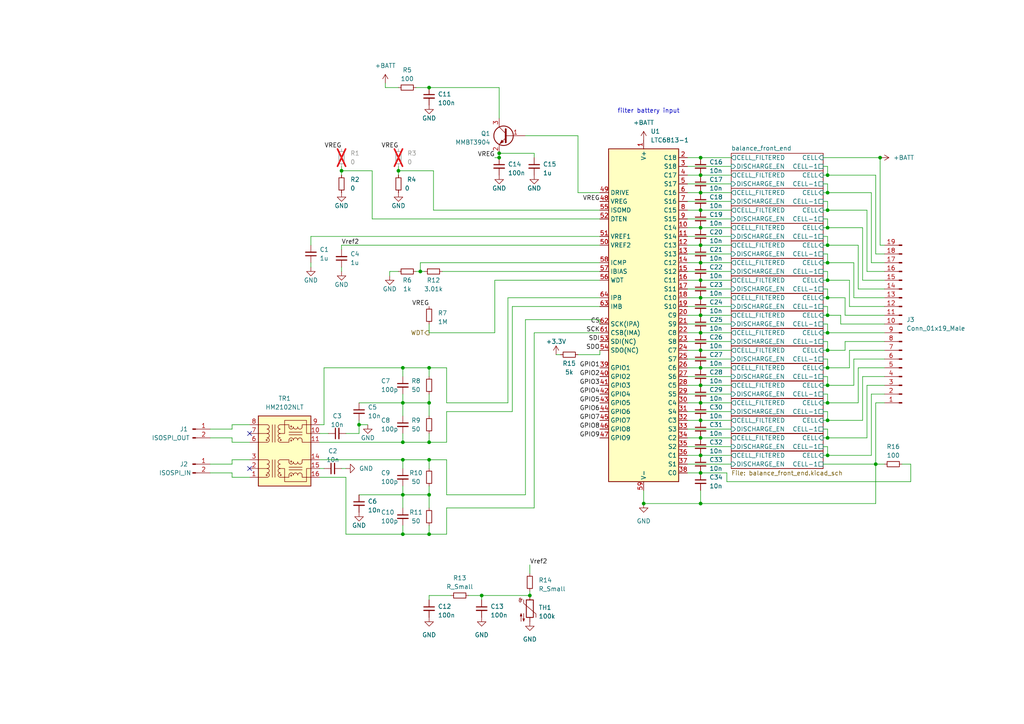
<source format=kicad_sch>
(kicad_sch (version 20230121) (generator eeschema)
  (paper "A4")
  (lib_symbols
    (symbol "+BATT_1" (power) (pin_names (offset 0))
      (property "Value" "+BATT_1" (at 0 3.556 0))
      (symbol "+BATT_1_1_1"
        (pin power_in line (at 0 0 90) (length 0) hide (name "+BATT") (number "1"))
      )
    )
    (symbol "+BATT_2" (power) (pin_names (offset 0))
      (property "Value" "+BATT_2" (at 0 3.556 0))
      (symbol "+BATT_2_1_1"
        (pin power_in line (at 0 0 90) (length 0) hide (name "+BATT") (number "1"))
      )
    )
    (symbol "Connector:Conn_01x02_Pin" (pin_names (offset 1.016) hide)
      (property "Reference" "J" (at 0 2.54 0))
      (property "Value" "Conn_01x02_Pin" (at 0 -5.08 0))
      (symbol "Conn_01x02_Pin_1_1"
        (pin passive line (at 5.08 0 180) (length 3.81) (name "Pin_1") (number "1"))
        (pin passive line (at 5.08 -2.54 180) (length 3.81) (name "Pin_2") (number "2"))
      )
    )
    (symbol "Connector:Conn_01x19_Male" (pin_names (offset 1.016) hide)
      (property "Reference" "J" (at 0 25.4 0))
      (property "Value" "Conn_01x19_Male" (at 0 -25.4 0))
      (symbol "Conn_01x19_Male_1_1"
        (pin passive line (at 5.08 22.86 180) (length 3.81) (name "Pin_1") (number "1"))
        (pin passive line (at 5.08 0 180) (length 3.81) (name "Pin_10") (number "10"))
        (pin passive line (at 5.08 -2.54 180) (length 3.81) (name "Pin_11") (number "11"))
        (pin passive line (at 5.08 -5.08 180) (length 3.81) (name "Pin_12") (number "12"))
        (pin passive line (at 5.08 -7.62 180) (length 3.81) (name "Pin_13") (number "13"))
        (pin passive line (at 5.08 -10.16 180) (length 3.81) (name "Pin_14") (number "14"))
        (pin passive line (at 5.08 -12.7 180) (length 3.81) (name "Pin_15") (number "15"))
        (pin passive line (at 5.08 -15.24 180) (length 3.81) (name "Pin_16") (number "16"))
        (pin passive line (at 5.08 -17.78 180) (length 3.81) (name "Pin_17") (number "17"))
        (pin passive line (at 5.08 -20.32 180) (length 3.81) (name "Pin_18") (number "18"))
        (pin passive line (at 5.08 -22.86 180) (length 3.81) (name "Pin_19") (number "19"))
        (pin passive line (at 5.08 20.32 180) (length 3.81) (name "Pin_2") (number "2"))
        (pin passive line (at 5.08 17.78 180) (length 3.81) (name "Pin_3") (number "3"))
        (pin passive line (at 5.08 15.24 180) (length 3.81) (name "Pin_4") (number "4"))
        (pin passive line (at 5.08 12.7 180) (length 3.81) (name "Pin_5") (number "5"))
        (pin passive line (at 5.08 10.16 180) (length 3.81) (name "Pin_6") (number "6"))
        (pin passive line (at 5.08 7.62 180) (length 3.81) (name "Pin_7") (number "7"))
        (pin passive line (at 5.08 5.08 180) (length 3.81) (name "Pin_8") (number "8"))
        (pin passive line (at 5.08 2.54 180) (length 3.81) (name "Pin_9") (number "9"))
      )
    )
    (symbol "Device:C_Small" (pin_numbers hide) (pin_names (offset 0.254) hide)
      (property "Reference" "C" (at 0.254 1.778 0))
      (property "Value" "C_Small" (at 0.254 -2.032 0))
      (symbol "C_Small_1_1"
        (pin passive line (at 0 2.54 270) (length 2.032) (name "~") (number "1"))
        (pin passive line (at 0 -2.54 90) (length 2.032) (name "~") (number "2"))
      )
    )
    (symbol "Device:R_Small" (pin_numbers hide) (pin_names (offset 0.254) hide)
      (property "Reference" "R" (at 0.762 0.508 0))
      (property "Value" "R_Small" (at 0.762 -1.016 0))
      (symbol "R_Small_1_1"
        (pin passive line (at 0 2.54 270) (length 0.762) (name "~") (number "1"))
        (pin passive line (at 0 -2.54 90) (length 0.762) (name "~") (number "2"))
      )
    )
    (symbol "Device:Thermistor_NTC" (pin_numbers hide) (pin_names (offset 0))
      (property "Reference" "TH" (at -4.445 0 90))
      (property "Value" "Thermistor_NTC" (at 3.175 0 90))
      (symbol "Thermistor_NTC_1_1"
        (pin passive line (at 0 3.81 270) (length 1.27) (name "~") (number "1"))
        (pin passive line (at 0 -3.81 90) (length 1.27) (name "~") (number "2"))
      )
    )
    (symbol "GND_1" (power) (pin_names (offset 0))
      (property "Value" "GND_1" (at 0 -3.81 0))
      (symbol "GND_1_1_1"
        (pin power_in line (at 0 0 270) (length 0) hide (name "GND") (number "1"))
      )
    )
    (symbol "GND_2" (power) (pin_names (offset 0))
      (property "Value" "GND_2" (at 0 -3.81 0))
      (symbol "GND_2_1_1"
        (pin power_in line (at 0 0 270) (length 0) hide (name "GND") (number "1"))
      )
    )
    (symbol "GND_3" (power) (pin_names (offset 0))
      (property "Value" "GND_3" (at 0 -3.81 0))
      (symbol "GND_3_1_1"
        (pin power_in line (at 0 0 270) (length 0) hide (name "GND") (number "1"))
      )
    )
    (symbol "Transistor_BJT:MMBT3904" (pin_names (offset 0) hide)
      (property "Reference" "Q" (at 5.08 1.905 0))
      (property "Value" "MMBT3904" (at 5.08 0 0))
      (symbol "MMBT3904_1_1"
        (pin input line (at -5.08 0 0) (length 5.715) (name "B") (number "1"))
        (pin passive line (at 2.54 -5.08 90) (length 2.54) (name "E") (number "2"))
        (pin passive line (at 2.54 5.08 270) (length 2.54) (name "C") (number "3"))
      )
    )
    (symbol "power:+3.3V" (power) (pin_names (offset 0))
      (property "Value" "+3.3V" (at 0 3.556 0))
      (symbol "+3.3V_1_1"
        (pin power_in line (at 0 0 90) (length 0) hide (name "+3.3V") (number "1"))
      )
    )
    (symbol "power:+BATT" (power) (pin_names (offset 0))
      (property "Value" "+BATT" (at 0 3.556 0))
      (symbol "+BATT_1_1"
        (pin power_in line (at 0 0 90) (length 0) hide (name "+BATT") (number "1"))
      )
    )
    (symbol "power:GND" (power) (pin_names (offset 0))
      (property "Value" "GND" (at 0 -3.81 0))
      (symbol "GND_1_1"
        (pin power_in line (at 0 0 270) (length 0) hide (name "GND") (number "1"))
      )
    )
    (symbol "vesc-bms:HM2102NLT" (pin_names hide)
      (property "Reference" "TR" (at 0 10.795 0))
      (property "Value" "HM2102NLT" (at 0 -10.795 0))
      (symbol "HM2102NLT_1_1"
        (pin passive line (at -10.16 -7.62 0) (length 2.54) (name "TD+") (number "1"))
        (pin passive line (at 10.16 5.08 180) (length 2.54) (name "C_RX") (number "10"))
        (pin passive line (at 10.16 2.54 180) (length 2.54) (name "RX+") (number "11"))
        (pin passive line (at 10.16 -2.54 180) (length 2.54) (name "TX-") (number "14"))
        (pin passive line (at 10.16 -5.08 180) (length 2.54) (name "C_TX") (number "15"))
        (pin passive line (at 10.16 -7.62 180) (length 2.54) (name "TX+") (number "16"))
        (pin passive line (at -10.16 -5.08 0) (length 2.54) (name "C_TD") (number "2"))
        (pin passive line (at -10.16 -2.54 0) (length 2.54) (name "TD-") (number "3"))
        (pin passive line (at -10.16 2.54 0) (length 2.54) (name "RD+") (number "6"))
        (pin passive line (at -10.16 5.08 0) (length 2.54) (name "C_RD") (number "7"))
        (pin passive line (at -10.16 7.62 0) (length 2.54) (name "RD-") (number "8"))
        (pin passive line (at 10.16 7.62 180) (length 2.54) (name "RX-") (number "9"))
      )
    )
    (symbol "vesc-bms:LTC6813-1"
      (property "Reference" "U" (at 0 15.24 0))
      (property "Value" "LTC6813-1" (at 0 15.24 0))
      (symbol "LTC6813-1_1_1"
        (pin power_in line (at 0 50.8 270) (length 2.54) (name "V+") (number "1"))
        (pin input line (at 12.7 25.4 180) (length 2.54) (name "C14") (number "10"))
        (pin bidirectional line (at 12.7 22.86 180) (length 2.54) (name "S14") (number "11"))
        (pin input line (at 12.7 20.32 180) (length 2.54) (name "C13") (number "12"))
        (pin bidirectional line (at 12.7 17.78 180) (length 2.54) (name "S13") (number "13"))
        (pin input line (at 12.7 15.24 180) (length 2.54) (name "C12") (number "14"))
        (pin bidirectional line (at 12.7 12.7 180) (length 2.54) (name "S12") (number "15"))
        (pin input line (at 12.7 10.16 180) (length 2.54) (name "C11") (number "16"))
        (pin bidirectional line (at 12.7 7.62 180) (length 2.54) (name "S11") (number "17"))
        (pin input line (at 12.7 5.08 180) (length 2.54) (name "C10") (number "18"))
        (pin bidirectional line (at 12.7 2.54 180) (length 2.54) (name "S10") (number "19"))
        (pin input line (at 12.7 45.72 180) (length 2.54) (name "C18") (number "2"))
        (pin input line (at 12.7 0 180) (length 2.54) (name "C9") (number "20"))
        (pin bidirectional line (at 12.7 -2.54 180) (length 2.54) (name "S9") (number "21"))
        (pin input line (at 12.7 -5.08 180) (length 2.54) (name "C8") (number "22"))
        (pin bidirectional line (at 12.7 -7.62 180) (length 2.54) (name "S8") (number "23"))
        (pin input line (at 12.7 -10.16 180) (length 2.54) (name "C7") (number "24"))
        (pin bidirectional line (at 12.7 -12.7 180) (length 2.54) (name "S7") (number "25"))
        (pin input line (at 12.7 -15.24 180) (length 2.54) (name "C6") (number "26"))
        (pin bidirectional line (at 12.7 -17.78 180) (length 2.54) (name "S6") (number "27"))
        (pin input line (at 12.7 -20.32 180) (length 2.54) (name "C5") (number "28"))
        (pin bidirectional line (at 12.7 -22.86 180) (length 2.54) (name "S5") (number "29"))
        (pin bidirectional line (at 12.7 43.18 180) (length 2.54) (name "S18") (number "3"))
        (pin input line (at 12.7 -25.4 180) (length 2.54) (name "C4") (number "30"))
        (pin bidirectional line (at 12.7 -27.94 180) (length 2.54) (name "S4") (number "31"))
        (pin input line (at 12.7 -30.48 180) (length 2.54) (name "C3") (number "32"))
        (pin bidirectional line (at 12.7 -33.02 180) (length 2.54) (name "S3") (number "33"))
        (pin input line (at 12.7 -35.56 180) (length 2.54) (name "C2") (number "34"))
        (pin bidirectional line (at 12.7 -38.1 180) (length 2.54) (name "S2") (number "35"))
        (pin input line (at 12.7 -40.64 180) (length 2.54) (name "C1") (number "36"))
        (pin bidirectional line (at 12.7 -43.18 180) (length 2.54) (name "S1") (number "37"))
        (pin input line (at 12.7 -45.72 180) (length 2.54) (name "C0") (number "38"))
        (pin bidirectional line (at -12.7 -15.24 0) (length 2.54) (name "GPIO1") (number "39"))
        (pin input line (at 12.7 40.64 180) (length 2.54) (name "C17") (number "4"))
        (pin bidirectional line (at -12.7 -17.78 0) (length 2.54) (name "GPIO2") (number "40"))
        (pin bidirectional line (at -12.7 -20.32 0) (length 2.54) (name "GPIO3") (number "41"))
        (pin bidirectional line (at -12.7 -22.86 0) (length 2.54) (name "GPIO4") (number "42"))
        (pin bidirectional line (at -12.7 -25.4 0) (length 2.54) (name "GPIO5") (number "43"))
        (pin bidirectional line (at -12.7 -27.94 0) (length 2.54) (name "GPIO6") (number "44"))
        (pin bidirectional line (at -12.7 -30.48 0) (length 2.54) (name "GPIO7") (number "45"))
        (pin bidirectional line (at -12.7 -33.02 0) (length 2.54) (name "GPIO8") (number "46"))
        (pin bidirectional line (at -12.7 -35.56 0) (length 2.54) (name "GPIO9") (number "47"))
        (pin input line (at -12.7 33.02 0) (length 2.54) (name "VREG") (number "48"))
        (pin output line (at -12.7 35.56 0) (length 2.54) (name "DRIVE") (number "49"))
        (pin bidirectional line (at 12.7 38.1 180) (length 2.54) (name "S17") (number "5"))
        (pin output line (at -12.7 20.32 0) (length 2.54) (name "VREF2") (number "50"))
        (pin output line (at -12.7 22.86 0) (length 2.54) (name "VREF1") (number "51"))
        (pin input line (at -12.7 27.94 0) (length 2.54) (name "DTEN") (number "52"))
        (pin input line (at -12.7 -7.62 0) (length 2.54) (name "SDI(NC)") (number "53"))
        (pin open_collector line (at -12.7 -10.16 0) (length 2.54) (name "SDO(NC)") (number "54"))
        (pin input line (at -12.7 30.48 0) (length 2.54) (name "ISOMD") (number "55"))
        (pin output line (at -12.7 10.16 0) (length 2.54) (name "WDT") (number "56"))
        (pin passive line (at -12.7 12.7 0) (length 2.54) (name "IBIAS") (number "57"))
        (pin passive line (at -12.7 15.24 0) (length 2.54) (name "ICMP") (number "58"))
        (pin passive line (at 0 -50.8 90) (length 2.54) (name "V-") (number "59"))
        (pin input line (at 12.7 35.56 180) (length 2.54) (name "C16") (number "6"))
        (pin passive line (at 0 -50.8 90) (length 2.54) hide (name "V-") (number "60"))
        (pin bidirectional line (at -12.7 -5.08 0) (length 2.54) (name "CSB(IMA)") (number "61"))
        (pin bidirectional line (at -12.7 -2.54 0) (length 2.54) (name "SCK(IPA)") (number "62"))
        (pin bidirectional line (at -12.7 2.54 0) (length 2.54) (name "IMB") (number "63"))
        (pin bidirectional line (at -12.7 5.08 0) (length 2.54) (name "IPB") (number "64"))
        (pin bidirectional line (at 12.7 33.02 180) (length 2.54) (name "S16") (number "7"))
        (pin input line (at 12.7 30.48 180) (length 2.54) (name "C15") (number "8"))
        (pin bidirectional line (at 12.7 27.94 180) (length 2.54) (name "S15") (number "9"))
      )
    )
  )
  (junction (at 99.06 49.53))
  (junction (at 203.2 106.68))
  (junction (at 124.46 128.27))
  (junction (at 240.03 101.6))
  (junction (at 124.46 25.4))
  (junction (at 240.03 71.12))
  (junction (at 116.84 143.51))
  (junction (at 116.84 133.35))
  (junction (at 116.84 154.94))
  (junction (at 124.46 154.94))
  (junction (at 240.03 132.08))
  (junction (at 104.14 123.19))
  (junction (at 240.03 55.88))
  (junction (at 240.03 60.96))
  (junction (at 240.03 96.52))
  (junction (at 139.7 172.72))
  (junction (at 203.2 60.96))
  (junction (at 240.03 116.84))
  (junction (at 203.2 91.44))
  (junction (at 203.2 137.16))
  (junction (at 153.67 172.72))
  (junction (at 203.2 86.36))
  (junction (at 203.2 101.6))
  (junction (at 240.03 50.8))
  (junction (at 124.46 133.35))
  (junction (at 240.03 127))
  (junction (at 115.57 49.53))
  (junction (at 203.2 127))
  (junction (at 124.46 106.68))
  (junction (at 144.78 45.72))
  (junction (at 203.2 121.92))
  (junction (at 116.84 116.84))
  (junction (at 186.69 146.05))
  (junction (at 240.03 91.44))
  (junction (at 203.2 116.84))
  (junction (at 203.2 96.52))
  (junction (at 203.2 76.2))
  (junction (at 203.2 66.04))
  (junction (at 240.03 86.36))
  (junction (at 203.2 146.05))
  (junction (at 124.46 116.84))
  (junction (at 203.2 45.72))
  (junction (at 240.03 66.04))
  (junction (at 255.27 45.72))
  (junction (at 203.2 111.76))
  (junction (at 240.03 81.28))
  (junction (at 203.2 55.88))
  (junction (at 240.03 106.68))
  (junction (at 203.2 81.28))
  (junction (at 116.84 106.68))
  (junction (at 240.03 121.92))
  (junction (at 121.92 78.74))
  (junction (at 124.46 143.51))
  (junction (at 203.2 50.8))
  (junction (at 254 134.62))
  (junction (at 203.2 71.12))
  (junction (at 203.2 132.08))
  (junction (at 116.84 128.27))
  (junction (at 144.78 44.45))
  (junction (at 240.03 111.76))
  (junction (at 240.03 76.2))
  (no_connect (at 72.39 135.89))
  (no_connect (at 72.39 125.73))
  (wire (pts (xy 238.76 129.54) (xy 240.03 129.54)))
  (wire (pts (xy 245.11 99.06) (xy 256.54 99.06)))
  (wire (pts (xy 238.76 53.34) (xy 240.03 53.34)))
  (wire (pts (xy 115.57 48.26) (xy 115.57 49.53)))
  (wire (pts (xy 238.76 45.72) (xy 255.27 45.72)))
  (wire (pts (xy 240.03 86.36) (xy 245.11 86.36)))
  (wire (pts (xy 124.46 152.4) (xy 124.46 154.94)))
  (wire (pts (xy 252.73 55.88) (xy 252.73 76.2)))
  (wire (pts (xy 153.67 163.83) (xy 153.67 166.37)))
  (wire (pts (xy 147.32 86.36) (xy 173.99 86.36)))
  (wire (pts (xy 240.03 119.38) (xy 240.03 121.92)))
  (wire (pts (xy 203.2 146.05) (xy 186.69 146.05)))
  (wire (pts (xy 199.39 124.46) (xy 212.09 124.46)))
  (wire (pts (xy 238.76 88.9) (xy 240.03 88.9)))
  (wire (pts (xy 240.03 66.04) (xy 250.19 66.04)))
  (wire (pts (xy 203.2 127) (xy 212.09 127)))
  (wire (pts (xy 243.84 91.44) (xy 243.84 93.98)))
  (wire (pts (xy 247.65 104.14) (xy 256.54 104.14)))
  (wire (pts (xy 143.51 45.72) (xy 144.78 45.72)))
  (wire (pts (xy 129.54 143.51) (xy 152.4 143.51)))
  (wire (pts (xy 238.76 78.74) (xy 240.03 78.74)))
  (wire (pts (xy 124.46 140.97) (xy 124.46 143.51)))
  (wire (pts (xy 203.2 96.52) (xy 212.09 96.52)))
  (wire (pts (xy 240.03 111.76) (xy 247.65 111.76)))
  (wire (pts (xy 240.03 129.54) (xy 240.03 132.08)))
  (wire (pts (xy 250.19 81.28) (xy 256.54 81.28)))
  (wire (pts (xy 161.29 102.87) (xy 162.56 102.87)))
  (wire (pts (xy 240.03 91.44) (xy 243.84 91.44)))
  (wire (pts (xy 199.39 45.72) (xy 203.2 45.72)))
  (wire (pts (xy 139.7 173.99) (xy 139.7 172.72)))
  (wire (pts (xy 199.39 121.92) (xy 203.2 121.92)))
  (wire (pts (xy 240.03 127) (xy 251.46 127)))
  (wire (pts (xy 199.39 127) (xy 203.2 127)))
  (wire (pts (xy 256.54 116.84) (xy 254 116.84)))
  (wire (pts (xy 147.32 116.84) (xy 147.32 86.36)))
  (wire (pts (xy 238.76 119.38) (xy 240.03 119.38)))
  (wire (pts (xy 100.33 138.43) (xy 100.33 154.94)))
  (wire (pts (xy 116.84 116.84) (xy 124.46 116.84)))
  (wire (pts (xy 199.39 50.8) (xy 203.2 50.8)))
  (wire (pts (xy 199.39 68.58) (xy 212.09 68.58)))
  (wire (pts (xy 240.03 81.28) (xy 246.38 81.28)))
  (wire (pts (xy 139.7 172.72) (xy 153.67 172.72)))
  (wire (pts (xy 240.03 114.3) (xy 240.03 116.84)))
  (wire (pts (xy 199.39 91.44) (xy 203.2 91.44)))
  (wire (pts (xy 248.92 106.68) (xy 256.54 106.68)))
  (wire (pts (xy 113.03 78.74) (xy 113.03 80.01)))
  (wire (pts (xy 250.19 109.22) (xy 256.54 109.22)))
  (wire (pts (xy 124.46 172.72) (xy 130.81 172.72)))
  (wire (pts (xy 210.82 137.16) (xy 203.2 137.16)))
  (wire (pts (xy 255.27 45.72) (xy 255.27 71.12)))
  (wire (pts (xy 199.39 106.68) (xy 203.2 106.68)))
  (wire (pts (xy 203.2 116.84) (xy 212.09 116.84)))
  (wire (pts (xy 154.94 45.72) (xy 154.94 44.45)))
  (wire (pts (xy 240.03 50.8) (xy 254 50.8)))
  (wire (pts (xy 129.54 116.84) (xy 147.32 116.84)))
  (wire (pts (xy 173.99 101.6) (xy 173.99 102.87)))
  (wire (pts (xy 240.03 86.36) (xy 238.76 86.36)))
  (wire (pts (xy 99.06 78.74) (xy 99.06 77.47)))
  (wire (pts (xy 199.39 99.06) (xy 212.09 99.06)))
  (wire (pts (xy 90.17 77.47) (xy 90.17 76.2)))
  (wire (pts (xy 203.2 106.68) (xy 212.09 106.68)))
  (wire (pts (xy 240.03 96.52) (xy 256.54 96.52)))
  (wire (pts (xy 124.46 173.99) (xy 124.46 172.72)))
  (wire (pts (xy 240.03 93.98) (xy 240.03 96.52)))
  (wire (pts (xy 199.39 96.52) (xy 203.2 96.52)))
  (wire (pts (xy 240.03 116.84) (xy 238.76 116.84)))
  (wire (pts (xy 210.82 139.7) (xy 264.16 139.7)))
  (wire (pts (xy 90.17 68.58) (xy 90.17 71.12)))
  (wire (pts (xy 129.54 147.32) (xy 154.94 147.32)))
  (wire (pts (xy 125.73 49.53) (xy 125.73 60.96)))
  (wire (pts (xy 128.27 78.74) (xy 173.99 78.74)))
  (wire (pts (xy 238.76 58.42) (xy 240.03 58.42)))
  (wire (pts (xy 251.46 60.96) (xy 251.46 78.74)))
  (wire (pts (xy 240.03 106.68) (xy 238.76 106.68)))
  (wire (pts (xy 240.03 76.2) (xy 247.65 76.2)))
  (wire (pts (xy 99.06 135.89) (xy 100.33 135.89)))
  (wire (pts (xy 99.06 49.53) (xy 99.06 50.8)))
  (wire (pts (xy 240.03 121.92) (xy 250.19 121.92)))
  (wire (pts (xy 199.39 88.9) (xy 212.09 88.9)))
  (wire (pts (xy 203.2 91.44) (xy 212.09 91.44)))
  (wire (pts (xy 115.57 49.53) (xy 115.57 50.8)))
  (wire (pts (xy 121.92 78.74) (xy 121.92 76.2)))
  (wire (pts (xy 238.76 73.66) (xy 240.03 73.66)))
  (wire (pts (xy 129.54 119.38) (xy 129.54 128.27)))
  (wire (pts (xy 252.73 114.3) (xy 256.54 114.3)))
  (wire (pts (xy 107.95 63.5) (xy 173.99 63.5)))
  (wire (pts (xy 100.33 154.94) (xy 116.84 154.94)))
  (wire (pts (xy 90.17 68.58) (xy 173.99 68.58)))
  (wire (pts (xy 116.84 154.94) (xy 124.46 154.94)))
  (wire (pts (xy 143.51 81.28) (xy 173.99 81.28)))
  (wire (pts (xy 116.84 140.97) (xy 116.84 143.51)))
  (wire (pts (xy 167.64 55.88) (xy 173.99 55.88)))
  (wire (pts (xy 199.39 137.16) (xy 203.2 137.16)))
  (wire (pts (xy 240.03 66.04) (xy 238.76 66.04)))
  (wire (pts (xy 199.39 60.96) (xy 203.2 60.96)))
  (wire (pts (xy 246.38 106.68) (xy 246.38 101.6)))
  (wire (pts (xy 67.31 124.46) (xy 60.96 124.46)))
  (wire (pts (xy 256.54 71.12) (xy 255.27 71.12)))
  (wire (pts (xy 199.39 134.62) (xy 212.09 134.62)))
  (wire (pts (xy 100.33 138.43) (xy 92.71 138.43)))
  (wire (pts (xy 203.2 45.72) (xy 212.09 45.72)))
  (wire (pts (xy 251.46 111.76) (xy 256.54 111.76)))
  (wire (pts (xy 124.46 96.52) (xy 124.46 93.98)))
  (wire (pts (xy 240.03 132.08) (xy 252.73 132.08)))
  (wire (pts (xy 203.2 111.76) (xy 212.09 111.76)))
  (wire (pts (xy 251.46 127) (xy 251.46 111.76)))
  (wire (pts (xy 203.2 50.8) (xy 212.09 50.8)))
  (wire (pts (xy 143.51 81.28) (xy 143.51 96.52)))
  (wire (pts (xy 100.33 125.73) (xy 104.14 125.73)))
  (wire (pts (xy 116.84 116.84) (xy 116.84 120.65)))
  (wire (pts (xy 152.4 92.71) (xy 173.99 92.71)))
  (wire (pts (xy 148.59 119.38) (xy 148.59 88.9)))
  (wire (pts (xy 199.39 104.14) (xy 212.09 104.14)))
  (wire (pts (xy 153.67 171.45) (xy 153.67 172.72)))
  (wire (pts (xy 199.39 53.34) (xy 212.09 53.34)))
  (wire (pts (xy 248.92 116.84) (xy 248.92 106.68)))
  (wire (pts (xy 238.76 114.3) (xy 240.03 114.3)))
  (wire (pts (xy 148.59 88.9) (xy 173.99 88.9)))
  (wire (pts (xy 251.46 78.74) (xy 256.54 78.74)))
  (wire (pts (xy 124.46 106.68) (xy 129.54 106.68)))
  (wire (pts (xy 240.03 88.9) (xy 240.03 91.44)))
  (wire (pts (xy 203.2 101.6) (xy 212.09 101.6)))
  (wire (pts (xy 238.76 93.98) (xy 240.03 93.98)))
  (wire (pts (xy 104.14 123.19) (xy 106.68 123.19)))
  (wire (pts (xy 93.98 123.19) (xy 92.71 123.19)))
  (wire (pts (xy 199.39 119.38) (xy 212.09 119.38)))
  (wire (pts (xy 113.03 78.74) (xy 115.57 78.74)))
  (wire (pts (xy 116.84 133.35) (xy 124.46 133.35)))
  (wire (pts (xy 199.39 114.3) (xy 212.09 114.3)))
  (wire (pts (xy 203.2 66.04) (xy 212.09 66.04)))
  (wire (pts (xy 254 116.84) (xy 254 134.62)))
  (wire (pts (xy 199.39 55.88) (xy 203.2 55.88)))
  (wire (pts (xy 240.03 127) (xy 238.76 127)))
  (wire (pts (xy 199.39 109.22) (xy 212.09 109.22)))
  (wire (pts (xy 148.59 119.38) (xy 129.54 119.38)))
  (wire (pts (xy 240.03 60.96) (xy 238.76 60.96)))
  (wire (pts (xy 93.98 106.68) (xy 116.84 106.68)))
  (wire (pts (xy 240.03 58.42) (xy 240.03 60.96)))
  (wire (pts (xy 240.03 124.46) (xy 240.03 127)))
  (wire (pts (xy 240.03 81.28) (xy 238.76 81.28)))
  (wire (pts (xy 167.64 39.37) (xy 167.64 55.88)))
  (wire (pts (xy 107.95 49.53) (xy 107.95 63.5)))
  (wire (pts (xy 245.11 91.44) (xy 256.54 91.44)))
  (wire (pts (xy 143.51 96.52) (xy 124.46 96.52)))
  (wire (pts (xy 203.2 86.36) (xy 212.09 86.36)))
  (wire (pts (xy 240.03 55.88) (xy 238.76 55.88)))
  (wire (pts (xy 124.46 125.73) (xy 124.46 128.27)))
  (wire (pts (xy 72.39 123.19) (xy 67.31 123.19)))
  (wire (pts (xy 60.96 137.16) (xy 67.31 137.16)))
  (wire (pts (xy 238.76 104.14) (xy 240.03 104.14)))
  (wire (pts (xy 199.39 73.66) (xy 212.09 73.66)))
  (wire (pts (xy 60.96 127) (xy 67.31 127)))
  (wire (pts (xy 120.65 25.4) (xy 124.46 25.4)))
  (wire (pts (xy 203.2 60.96) (xy 212.09 60.96)))
  (wire (pts (xy 246.38 101.6) (xy 256.54 101.6)))
  (wire (pts (xy 245.11 86.36) (xy 245.11 91.44)))
  (wire (pts (xy 124.46 154.94) (xy 129.54 154.94)))
  (wire (pts (xy 210.82 139.7) (xy 210.82 137.16)))
  (wire (pts (xy 116.84 143.51) (xy 116.84 147.32)))
  (wire (pts (xy 199.39 129.54) (xy 212.09 129.54)))
  (wire (pts (xy 111.76 25.4) (xy 115.57 25.4)))
  (wire (pts (xy 93.98 106.68) (xy 93.98 123.19)))
  (wire (pts (xy 240.03 55.88) (xy 252.73 55.88)))
  (wire (pts (xy 199.39 58.42) (xy 212.09 58.42)))
  (wire (pts (xy 116.84 143.51) (xy 124.46 143.51)))
  (wire (pts (xy 124.46 133.35) (xy 129.54 133.35)))
  (wire (pts (xy 129.54 147.32) (xy 129.54 154.94)))
  (wire (pts (xy 250.19 66.04) (xy 250.19 81.28)))
  (wire (pts (xy 203.2 142.24) (xy 203.2 146.05)))
  (wire (pts (xy 238.76 48.26) (xy 240.03 48.26)))
  (wire (pts (xy 240.03 96.52) (xy 238.76 96.52)))
  (wire (pts (xy 240.03 76.2) (xy 238.76 76.2)))
  (wire (pts (xy 254 134.62) (xy 254 146.05)))
  (wire (pts (xy 144.78 25.4) (xy 144.78 34.29)))
  (wire (pts (xy 240.03 71.12) (xy 248.92 71.12)))
  (wire (pts (xy 111.76 24.13) (xy 111.76 25.4)))
  (wire (pts (xy 199.39 66.04) (xy 203.2 66.04)))
  (wire (pts (xy 247.65 86.36) (xy 256.54 86.36)))
  (wire (pts (xy 67.31 137.16) (xy 67.31 138.43)))
  (wire (pts (xy 240.03 132.08) (xy 238.76 132.08)))
  (wire (pts (xy 124.46 114.3) (xy 124.46 116.84)))
  (wire (pts (xy 144.78 44.45) (xy 144.78 45.72)))
  (wire (pts (xy 199.39 111.76) (xy 203.2 111.76)))
  (wire (pts (xy 116.84 128.27) (xy 124.46 128.27)))
  (wire (pts (xy 247.65 111.76) (xy 247.65 104.14)))
  (wire (pts (xy 152.4 92.71) (xy 152.4 143.51)))
  (wire (pts (xy 240.03 78.74) (xy 240.03 81.28)))
  (wire (pts (xy 104.14 143.51) (xy 116.84 143.51)))
  (wire (pts (xy 124.46 25.4) (xy 144.78 25.4)))
  (wire (pts (xy 154.94 96.52) (xy 154.94 147.32)))
  (wire (pts (xy 246.38 81.28) (xy 246.38 88.9)))
  (wire (pts (xy 121.92 78.74) (xy 123.19 78.74)))
  (wire (pts (xy 254 50.8) (xy 254 73.66)))
  (wire (pts (xy 116.84 106.68) (xy 116.84 109.22)))
  (wire (pts (xy 240.03 101.6) (xy 238.76 101.6)))
  (wire (pts (xy 238.76 109.22) (xy 240.03 109.22)))
  (wire (pts (xy 67.31 127) (xy 67.31 128.27)))
  (wire (pts (xy 99.06 71.12) (xy 173.99 71.12)))
  (wire (pts (xy 92.71 133.35) (xy 116.84 133.35)))
  (wire (pts (xy 116.84 152.4) (xy 116.84 154.94)))
  (wire (pts (xy 125.73 60.96) (xy 173.99 60.96)))
  (wire (pts (xy 264.16 134.62) (xy 264.16 139.7)))
  (wire (pts (xy 186.69 146.05) (xy 186.69 142.24)))
  (wire (pts (xy 238.76 63.5) (xy 240.03 63.5)))
  (wire (pts (xy 116.84 125.73) (xy 116.84 128.27)))
  (wire (pts (xy 203.2 121.92) (xy 212.09 121.92)))
  (wire (pts (xy 129.54 133.35) (xy 129.54 143.51)))
  (wire (pts (xy 246.38 88.9) (xy 256.54 88.9)))
  (wire (pts (xy 261.62 134.62) (xy 264.16 134.62)))
  (wire (pts (xy 120.65 78.74) (xy 121.92 78.74)))
  (wire (pts (xy 199.39 63.5) (xy 212.09 63.5)))
  (wire (pts (xy 250.19 121.92) (xy 250.19 109.22)))
  (wire (pts (xy 199.39 132.08) (xy 203.2 132.08)))
  (wire (pts (xy 99.06 49.53) (xy 99.06 48.26)))
  (wire (pts (xy 92.71 135.89) (xy 93.98 135.89)))
  (wire (pts (xy 238.76 50.8) (xy 240.03 50.8)))
  (wire (pts (xy 67.31 134.62) (xy 67.31 133.35)))
  (wire (pts (xy 240.03 104.14) (xy 240.03 106.68)))
  (wire (pts (xy 240.03 91.44) (xy 238.76 91.44)))
  (wire (pts (xy 104.14 121.92) (xy 104.14 123.19)))
  (wire (pts (xy 199.39 83.82) (xy 212.09 83.82)))
  (wire (pts (xy 144.78 44.45) (xy 154.94 44.45)))
  (wire (pts (xy 124.46 116.84) (xy 124.46 120.65)))
  (wire (pts (xy 173.99 96.52) (xy 154.94 96.52)))
  (wire (pts (xy 121.92 76.2) (xy 173.99 76.2)))
  (wire (pts (xy 67.31 133.35) (xy 72.39 133.35)))
  (wire (pts (xy 240.03 106.68) (xy 246.38 106.68)))
  (wire (pts (xy 199.39 93.98) (xy 212.09 93.98)))
  (wire (pts (xy 199.39 48.26) (xy 212.09 48.26)))
  (wire (pts (xy 124.46 143.51) (xy 124.46 147.32)))
  (wire (pts (xy 238.76 83.82) (xy 240.03 83.82)))
  (wire (pts (xy 238.76 134.62) (xy 254 134.62)))
  (wire (pts (xy 240.03 121.92) (xy 238.76 121.92)))
  (wire (pts (xy 115.57 49.53) (xy 125.73 49.53)))
  (wire (pts (xy 203.2 81.28) (xy 212.09 81.28)))
  (wire (pts (xy 240.03 53.34) (xy 240.03 55.88)))
  (wire (pts (xy 203.2 55.88) (xy 212.09 55.88)))
  (wire (pts (xy 60.96 134.62) (xy 67.31 134.62)))
  (wire (pts (xy 240.03 99.06) (xy 240.03 101.6)))
  (wire (pts (xy 199.39 116.84) (xy 203.2 116.84)))
  (wire (pts (xy 240.03 109.22) (xy 240.03 111.76)))
  (wire (pts (xy 203.2 71.12) (xy 212.09 71.12)))
  (wire (pts (xy 67.31 128.27) (xy 72.39 128.27)))
  (wire (pts (xy 92.71 128.27) (xy 116.84 128.27)))
  (wire (pts (xy 67.31 123.19) (xy 67.31 124.46)))
  (wire (pts (xy 248.92 71.12) (xy 248.92 83.82)))
  (wire (pts (xy 92.71 125.73) (xy 95.25 125.73)))
  (wire (pts (xy 254 73.66) (xy 256.54 73.66)))
  (wire (pts (xy 152.4 39.37) (xy 167.64 39.37)))
  (wire (pts (xy 199.39 78.74) (xy 212.09 78.74)))
  (wire (pts (xy 104.14 123.19) (xy 104.14 125.73)))
  (wire (pts (xy 116.84 133.35) (xy 116.84 135.89)))
  (wire (pts (xy 203.2 132.08) (xy 212.09 132.08)))
  (wire (pts (xy 129.54 106.68) (xy 129.54 116.84)))
  (wire (pts (xy 240.03 116.84) (xy 248.92 116.84)))
  (wire (pts (xy 173.99 92.71) (xy 173.99 93.98)))
  (wire (pts (xy 124.46 106.68) (xy 124.46 109.22)))
  (wire (pts (xy 104.14 116.84) (xy 116.84 116.84)))
  (wire (pts (xy 252.73 76.2) (xy 256.54 76.2)))
  (wire (pts (xy 135.89 172.72) (xy 139.7 172.72)))
  (wire (pts (xy 240.03 101.6) (xy 245.11 101.6)))
  (wire (pts (xy 199.39 101.6) (xy 203.2 101.6)))
  (wire (pts (xy 254 146.05) (xy 203.2 146.05)))
  (wire (pts (xy 245.11 101.6) (xy 245.11 99.06)))
  (wire (pts (xy 199.39 71.12) (xy 203.2 71.12)))
  (wire (pts (xy 252.73 132.08) (xy 252.73 114.3)))
  (wire (pts (xy 254 134.62) (xy 256.54 134.62)))
  (wire (pts (xy 240.03 48.26) (xy 240.03 50.8)))
  (wire (pts (xy 67.31 138.43) (xy 72.39 138.43)))
  (wire (pts (xy 199.39 76.2) (xy 203.2 76.2)))
  (wire (pts (xy 167.64 102.87) (xy 173.99 102.87)))
  (wire (pts (xy 124.46 128.27) (xy 129.54 128.27)))
  (wire (pts (xy 238.76 124.46) (xy 240.03 124.46)))
  (wire (pts (xy 247.65 76.2) (xy 247.65 86.36)))
  (wire (pts (xy 248.92 83.82) (xy 256.54 83.82)))
  (wire (pts (xy 240.03 83.82) (xy 240.03 86.36)))
  (wire (pts (xy 116.84 106.68) (xy 124.46 106.68)))
  (wire (pts (xy 238.76 68.58) (xy 240.03 68.58)))
  (wire (pts (xy 240.03 60.96) (xy 251.46 60.96)))
  (wire (pts (xy 99.06 72.39) (xy 99.06 71.12)))
  (wire (pts (xy 199.39 81.28) (xy 203.2 81.28)))
  (wire (pts (xy 199.39 86.36) (xy 203.2 86.36)))
  (wire (pts (xy 240.03 73.66) (xy 240.03 76.2)))
  (wire (pts (xy 124.46 133.35) (xy 124.46 135.89)))
  (wire (pts (xy 240.03 71.12) (xy 238.76 71.12)))
  (wire (pts (xy 240.03 63.5) (xy 240.03 66.04)))
  (wire (pts (xy 240.03 68.58) (xy 240.03 71.12)))
  (wire (pts (xy 243.84 93.98) (xy 256.54 93.98)))
  (wire (pts (xy 238.76 111.76) (xy 240.03 111.76)))
  (wire (pts (xy 203.2 76.2) (xy 212.09 76.2)))
  (wire (pts (xy 107.95 49.53) (xy 99.06 49.53)))
  (wire (pts (xy 238.76 99.06) (xy 240.03 99.06)))
  (wire (pts (xy 116.84 114.3) (xy 116.84 116.84)))
  (text "filter battery input" (at 179.07 33.02 0) (effects (font (size 1.27 1.27)) (justify left bottom)))
  (label "GPIO1" (at 173.99 106.68 180))
  (label "GPIO9" (at 173.99 127 180))
  (label "SDI" (at 173.99 99.06 180))
  (label "VREG" (at 124.46 88.9 180))
  (label "GPIO6" (at 173.99 119.38 180))
  (label "VREG" (at 115.57 43.18 180))
  (label "GPIO8" (at 173.99 124.46 180))
  (label "SDO" (at 173.99 101.6 180))
  (label "GPIO2" (at 173.99 109.22 180))
  (label "VREG" (at 143.51 45.72 180))
  (label "Vref2" (at 99.06 71.12 0))
  (label "GPIO5" (at 173.99 116.84 180))
  (label "VREG" (at 99.06 43.18 180))
  (label "SCK" (at 173.99 96.52 180))
  (label "GPIO7" (at 173.99 121.92 180))
  (label "GPIO3" (at 173.99 111.76 180))
  (label "CS" (at 173.99 93.98 180))
  (label "Vref2" (at 153.67 163.83 0))
  (label "GPIO4" (at 173.99 114.3 180))
  (label "VREG" (at 173.99 58.42 180))
  (hierarchical_label "WDT" (shape output) (at 124.46 96.52 180))
  (symbol (lib_id "Device:C_Small") (at 203.2 88.9 0) (unit 1)
    (property "Reference" "C24" (at 205.74 87.6362 0) (effects (justify left)))
    (property "Value" "10n" (at 205.74 90.1762 0) (effects (justify left)))
    (property "Footprint" "Capacitor_SMD:C_0603_1608Metric" (effects hide))
  )
  (symbol (lib_id "Device:R_Small") (at 124.46 123.19 0) (unit 1)
    (property "Reference" "R9" (at 120.65 121.92 0))
    (property "Value" "50" (at 120.65 124.46 0))
  )
  (symbol (lib_id "Device:R_Small") (at 165.1 102.87 90) (unit 1)
    (property "Reference" "R15" (at 165.1 105.41 90))
    (property "Value" "5k" (at 165.1 107.95 90))
  )
  (symbol (lib_id "power:GND") (at 99.06 55.88 0) (unit 1)
    (property "Reference" "#PWR02" (effects hide))
    (property "Value" "GND" (at 99.06 59.69 0))
  )
  (symbol (lib_id "Device:C_Small") (at 116.84 149.86 0) (unit 1)
    (property "Reference" "C10" (at 110.49 148.59 0) (effects (justify left)))
    (property "Value" "100p" (at 110.49 151.13 0) (effects (justify left)))
    (property "Footprint" "Capacitor_SMD:C_0603_1608Metric" (effects hide))
  )
  (symbol (lib_id "power:GND") (at 104.14 148.59 0) (unit 1)
    (property "Reference" "#PWR05" (effects hide))
    (property "Value" "GND" (at 104.14 152.4 0))
  )
  (symbol (lib_id "Device:C_Small") (at 116.84 111.76 0) (unit 1)
    (property "Reference" "C7" (at 110.49 110.49 0) (effects (justify left)))
    (property "Value" "100p" (at 110.49 113.03 0) (effects (justify left)))
    (property "Footprint" "Capacitor_SMD:C_0603_1608Metric" (effects hide))
  )
  (symbol (lib_id "Device:C_Small") (at 203.2 139.7 0) (unit 1)
    (property "Reference" "C34" (at 205.74 138.4362 0) (effects (justify left)))
    (property "Value" "10n" (at 205.74 140.9762 0) (effects (justify left)))
    (property "Footprint" "Capacitor_SMD:C_0603_1608Metric" (effects hide))
  )
  (symbol (lib_name "GND_3") (lib_id "power:GND") (at 124.46 179.07 0) (unit 1)
    (property "Reference" "#PWR011" (effects hide))
    (property "Value" "GND" (at 124.46 184.15 0))
  )
  (symbol (lib_id "Device:R_Small") (at 115.57 53.34 0) (unit 1)
    (property "Reference" "R4" (at 119.38 52.07 0))
    (property "Value" "0" (at 118.11 54.61 0))
  )
  (symbol (lib_id "power:GND") (at 106.68 123.19 0) (unit 1)
    (property "Reference" "#PWR06" (effects hide))
    (property "Value" "GND" (at 106.68 127 0))
  )
  (symbol (lib_id "Device:C_Small") (at 139.7 176.53 0) (unit 1)
    (property "Reference" "C13" (at 142.24 175.9013 0) (effects (justify left)))
    (property "Value" "100n" (at 142.24 178.4413 0) (effects (justify left)))
  )
  (symbol (lib_name "GND_2") (lib_id "power:GND") (at 153.67 180.34 0) (unit 1)
    (property "Reference" "#PWR014" (effects hide))
    (property "Value" "GND" (at 153.67 185.42 0))
  )
  (symbol (lib_id "Device:C_Small") (at 97.79 125.73 90) (unit 1)
    (property "Reference" "C3" (at 97.7963 120.65 90))
    (property "Value" "10n" (at 97.7963 123.19 90))
    (property "Footprint" "Capacitor_SMD:C_0603_1608Metric" (effects hide))
  )
  (symbol (lib_name "+BATT_2") (lib_id "power:+BATT") (at 255.27 45.72 270) (unit 1)
    (property "Reference" "#PWR019" (effects hide))
    (property "Value" "+BATT" (at 259.08 45.72 90) (effects (justify left)))
  )
  (symbol (lib_id "Device:R_Small") (at 124.46 149.86 0) (unit 1)
    (property "Reference" "R11" (at 120.65 148.59 0))
    (property "Value" "50" (at 120.65 151.13 0))
  )
  (symbol (lib_id "Connector:Conn_01x19_Male") (at 261.62 93.98 180) (unit 1)
    (property "Reference" "J3" (at 262.89 92.7099 0) (effects (justify right)))
    (property "Value" "Conn_01x19_Male" (at 262.89 95.2499 0) (effects (justify right)))
    (property "Footprint" "Connector_Molex:Molex_Micro-Fit_3.0_43045-2000_2x10_P3.00mm_Horizontal" (effects hide))
  )
  (symbol (lib_id "Device:R_Small") (at 125.73 78.74 270) (unit 1)
    (property "Reference" "R12" (at 125.73 81.28 90))
    (property "Value" "3.01k" (at 125.73 83.82 90))
    (property "Notes" "1%" (effects hide))
  )
  (symbol (lib_id "power:GND") (at 186.69 146.05 0) (unit 1)
    (property "Reference" "#PWR018" (effects hide))
    (property "Value" "GND" (at 186.69 151.13 0))
  )
  (symbol (lib_id "Device:C_Small") (at 203.2 129.54 0) (unit 1)
    (property "Reference" "C32" (at 205.74 128.2762 0) (effects (justify left)))
    (property "Value" "10n" (at 205.74 130.8162 0) (effects (justify left)))
    (property "Footprint" "Capacitor_SMD:C_0603_1608Metric" (effects hide))
  )
  (symbol (lib_id "Device:C_Small") (at 203.2 119.38 0) (unit 1)
    (property "Reference" "C30" (at 205.74 118.1162 0) (effects (justify left)))
    (property "Value" "10n" (at 205.74 120.6562 0) (effects (justify left)))
    (property "Footprint" "Capacitor_SMD:C_0603_1608Metric" (effects hide))
  )
  (symbol (lib_id "Device:C_Small") (at 154.94 48.26 0) (unit 1)
    (property "Reference" "C15" (at 157.48 47.6313 0) (effects (justify left)))
    (property "Value" "1u" (at 157.48 50.1713 0) (effects (justify left)))
  )
  (symbol (lib_id "power:GND") (at 99.06 78.74 0) (unit 1)
    (property "Reference" "#PWR03" (effects hide))
    (property "Value" "GND" (at 99.06 82.55 0))
  )
  (symbol (lib_id "Device:C_Small") (at 203.2 124.46 0) (unit 1)
    (property "Reference" "C31" (at 205.74 123.1962 0) (effects (justify left)))
    (property "Value" "10n" (at 205.74 125.7362 0) (effects (justify left)))
    (property "Footprint" "Capacitor_SMD:C_0603_1608Metric" (effects hide))
  )
  (symbol (lib_id "Device:R_Small") (at 99.06 53.34 0) (unit 1)
    (property "Reference" "R2" (at 101.6 52.0699 0) (effects (justify left)))
    (property "Value" "0" (at 101.6 54.6099 0) (effects (justify left)))
  )
  (symbol (lib_id "vesc-bms:LTC6813-1") (at 186.69 91.44 0) (unit 1)
    (property "Reference" "U1" (at 188.7094 38.1 0) (effects (justify left)))
    (property "Value" "LTC6813-1" (at 188.7094 40.64 0) (effects (justify left)))
    (property "Footprint" "Package_QFP:LQFP-64-1EP_10x10mm_P0.5mm_EP5x5mm" (effects hide))
    (property "Datasheet" "https://www.analog.com/media/en/technical-documentation/data-sheets/ltc6813-1.pdf" (effects hide))
    (property "LCSC" "C2979142" (effects hide))
  )
  (symbol (lib_id "power:GND") (at 115.57 55.88 0) (unit 1)
    (property "Reference" "#PWR09" (effects hide))
    (property "Value" "GND" (at 115.57 59.69 0))
  )
  (symbol (lib_id "Device:C_Small") (at 203.2 109.22 0) (unit 1)
    (property "Reference" "C28" (at 205.74 107.9562 0) (effects (justify left)))
    (property "Value" "10n" (at 205.74 110.4962 0) (effects (justify left)))
    (property "Footprint" "Capacitor_SMD:C_0603_1608Metric" (effects hide))
  )
  (symbol (lib_id "Device:C_Small") (at 144.78 48.26 0) (unit 1)
    (property "Reference" "C14" (at 147.32 47.6313 0) (effects (justify left)))
    (property "Value" "100n" (at 147.32 50.1713 0) (effects (justify left)))
  )
  (symbol (lib_id "Device:C_Small") (at 90.17 73.66 180) (unit 1)
    (property "Reference" "C1" (at 92.71 72.3835 0) (effects (justify right)))
    (property "Value" "1u" (at 92.71 74.9235 0) (effects (justify right)))
    (property "Footprint" "Capacitor_SMD:C_0603_1608Metric" (effects hide))
  )
  (symbol (lib_name "GND_1") (lib_id "power:GND") (at 100.33 135.89 90) (unit 1)
    (property "Reference" "#PWR04" (effects hide))
    (property "Value" "GND" (at 104.14 135.89 90) (effects (justify right)))
  )
  (symbol (lib_id "Device:C_Small") (at 124.46 176.53 0) (unit 1)
    (property "Reference" "C12" (at 127 175.9013 0) (effects (justify left)))
    (property "Value" "100n" (at 127 178.4413 0) (effects (justify left)))
  )
  (symbol (lib_id "power:GND") (at 90.17 77.47 0) (unit 1)
    (property "Reference" "#PWR01" (effects hide))
    (property "Value" "GND" (at 90.17 81.28 0))
  )
  (symbol (lib_id "Device:C_Small") (at 124.46 27.94 0) (unit 1)
    (property "Reference" "C11" (at 127 27.3113 0) (effects (justify left)))
    (property "Value" "100n" (at 127 29.8513 0) (effects (justify left)))
  )
  (symbol (lib_id "Device:C_Small") (at 203.2 78.74 0) (unit 1)
    (property "Reference" "C22" (at 205.74 77.4762 0) (effects (justify left)))
    (property "Value" "10n" (at 205.74 80.0162 0) (effects (justify left)))
    (property "Footprint" "Capacitor_SMD:C_0603_1608Metric" (effects hide))
  )
  (symbol (lib_id "Device:R_Small") (at 124.46 111.76 180) (unit 1)
    (property "Reference" "R8" (at 120.65 110.49 0))
    (property "Value" "50" (at 120.65 113.03 0))
  )
  (symbol (lib_id "Device:R_Small") (at 153.67 168.91 0) (unit 1)
    (property "Reference" "R14" (at 156.21 168.275 0) (effects (justify left)))
    (property "Value" "R_Small" (at 156.21 170.815 0) (effects (justify left)))
  )
  (symbol (lib_id "Device:C_Small") (at 104.14 119.38 0) (unit 1)
    (property "Reference" "C5" (at 106.68 118.1162 0) (effects (justify left)))
    (property "Value" "10n" (at 106.68 120.6562 0) (effects (justify left)))
    (property "Footprint" "Capacitor_SMD:C_0603_1608Metric" (effects hide))
  )
  (symbol (lib_id "Device:R_Small") (at 124.46 138.43 180) (unit 1)
    (property "Reference" "R10" (at 120.65 137.16 0))
    (property "Value" "50" (at 120.65 139.7 0))
  )
  (symbol (lib_id "Device:C_Small") (at 104.14 146.05 0) (unit 1)
    (property "Reference" "C6" (at 106.68 145.4213 0) (effects (justify left)))
    (property "Value" "10n" (at 106.68 147.9613 0) (effects (justify left)))
    (property "Footprint" "Capacitor_SMD:C_0603_1608Metric" (effects hide))
  )
  (symbol (lib_id "power:GND") (at 113.03 80.01 0) (unit 1)
    (property "Reference" "#PWR08" (effects hide))
    (property "Value" "GND" (at 113.03 83.82 0))
  )
  (symbol (lib_id "Transistor_BJT:MMBT3904") (at 147.32 39.37 0) (mirror y) (unit 1)
    (property "Reference" "Q1" (at 142.24 38.735 0) (effects (justify left)))
    (property "Value" "MMBT3904" (at 142.24 41.275 0) (effects (justify left)))
    (property "Footprint" "Package_TO_SOT_SMD:SOT-23" (effects hide))
    (property "Datasheet" "https://www.onsemi.com/pub/Collateral/2N3903-D.PDF" (effects hide))
  )
  (symbol (lib_id "Device:C_Small") (at 203.2 114.3 0) (unit 1)
    (property "Reference" "C29" (at 205.74 113.0362 0) (effects (justify left)))
    (property "Value" "10n" (at 205.74 115.5762 0) (effects (justify left)))
    (property "Footprint" "Capacitor_SMD:C_0603_1608Metric" (effects hide))
  )
  (symbol (lib_id "Connector:Conn_01x02_Pin") (at 55.88 134.62 0) (unit 1)
    (property "Reference" "J2" (at 53.34 134.62 0))
    (property "Value" "ISOSPI_IN" (at 50.8 137.16 0))
  )
  (symbol (lib_id "Device:C_Small") (at 203.2 99.06 0) (unit 1)
    (property "Reference" "C26" (at 205.74 97.7962 0) (effects (justify left)))
    (property "Value" "10n" (at 205.74 100.3362 0) (effects (justify left)))
    (property "Footprint" "Capacitor_SMD:C_0603_1608Metric" (effects hide))
  )
  (symbol (lib_id "Device:C_Small") (at 203.2 104.14 0) (unit 1)
    (property "Reference" "C27" (at 205.74 102.8762 0) (effects (justify left)))
    (property "Value" "10n" (at 205.74 105.4162 0) (effects (justify left)))
    (property "Footprint" "Capacitor_SMD:C_0603_1608Metric" (effects hide))
  )
  (symbol (lib_id "Device:C_Small") (at 99.06 74.93 180) (unit 1)
    (property "Reference" "C4" (at 101.6 73.6535 0) (effects (justify right)))
    (property "Value" "1u" (at 101.6 76.1935 0) (effects (justify right)))
    (property "Footprint" "Capacitor_SMD:C_0603_1608Metric" (effects hide))
  )
  (symbol (lib_id "Device:C_Small") (at 203.2 73.66 0) (unit 1)
    (property "Reference" "C21" (at 205.74 72.3962 0) (effects (justify left)))
    (property "Value" "10n" (at 205.74 74.9362 0) (effects (justify left)))
    (property "Footprint" "Capacitor_SMD:C_0603_1608Metric" (effects hide))
  )
  (symbol (lib_id "Device:R_Small") (at 118.11 25.4 90) (unit 1)
    (property "Reference" "R5" (at 118.11 20.32 90))
    (property "Value" "100" (at 118.11 22.86 90))
  )
  (symbol (lib_id "Device:C_Small") (at 96.52 135.89 90) (unit 1)
    (property "Reference" "C2" (at 96.5263 130.81 90))
    (property "Value" "10n" (at 96.5263 133.35 90))
    (property "Footprint" "Capacitor_SMD:C_0603_1608Metric" (effects hide))
  )
  (symbol (lib_id "Device:R_Small") (at 99.06 45.72 0) (unit 1) (dnp yes)
    (property "Reference" "R1" (at 101.6 44.4499 0) (effects (justify left)))
    (property "Value" "0" (at 101.6 46.9899 0) (effects (justify left)))
  )
  (symbol (lib_id "Device:C_Small") (at 203.2 83.82 0) (unit 1)
    (property "Reference" "C23" (at 205.74 82.5562 0) (effects (justify left)))
    (property "Value" "10n" (at 205.74 85.0962 0) (effects (justify left)))
    (property "Footprint" "Capacitor_SMD:C_0603_1608Metric" (effects hide))
  )
  (symbol (lib_id "Device:C_Small") (at 116.84 138.43 0) (unit 1)
    (property "Reference" "C9" (at 110.49 137.16 0) (effects (justify left)))
    (property "Value" "100p" (at 110.49 139.7 0) (effects (justify left)))
    (property "Footprint" "Capacitor_SMD:C_0603_1608Metric" (effects hide))
  )
  (symbol (lib_id "Device:R_Small") (at 115.57 45.72 0) (unit 1) (dnp yes)
    (property "Reference" "R3" (at 118.11 44.4499 0) (effects (justify left)))
    (property "Value" "0" (at 118.11 46.9899 0) (effects (justify left)))
  )
  (symbol (lib_id "Device:R_Small") (at 133.35 172.72 270) (unit 1)
    (property "Reference" "R13" (at 133.35 167.64 90))
    (property "Value" "R_Small" (at 133.35 170.18 90))
  )
  (symbol (lib_id "Device:Thermistor_NTC") (at 153.67 176.53 0) (unit 1)
    (property "Reference" "TH1" (at 156.21 176.2125 0) (effects (justify left)))
    (property "Value" "100k" (at 156.21 178.7525 0) (effects (justify left)))
  )
  (symbol (lib_id "Device:C_Small") (at 116.84 123.19 0) (unit 1)
    (property "Reference" "C8" (at 110.49 121.92 0) (effects (justify left)))
    (property "Value" "100p" (at 110.49 124.46 0) (effects (justify left)))
    (property "Footprint" "Capacitor_SMD:C_0603_1608Metric" (effects hide))
  )
  (symbol (lib_id "Device:R_Small") (at 124.46 91.44 0) (unit 1)
    (property "Reference" "R7" (at 127 90.805 0) (effects (justify left)))
    (property "Value" "1M" (at 127 93.345 0) (effects (justify left)))
  )
  (symbol (lib_id "power:GND") (at 124.46 30.48 0) (unit 1)
    (property "Reference" "#PWR010" (effects hide))
    (property "Value" "GND" (at 124.46 34.29 0))
  )
  (symbol (lib_id "Device:C_Small") (at 203.2 134.62 0) (unit 1)
    (property "Reference" "C33" (at 205.74 133.3562 0) (effects (justify left)))
    (property "Value" "10n" (at 205.74 135.8962 0) (effects (justify left)))
    (property "Footprint" "Capacitor_SMD:C_0603_1608Metric" (effects hide))
  )
  (symbol (lib_id "power:GND") (at 154.94 50.8 0) (unit 1)
    (property "Reference" "#PWR015" (effects hide))
    (property "Value" "GND" (at 154.94 54.61 0))
  )
  (symbol (lib_id "Device:C_Small") (at 203.2 48.26 0) (unit 1)
    (property "Reference" "C16" (at 205.74 46.9962 0) (effects (justify left)))
    (property "Value" "10n" (at 205.74 49.5362 0) (effects (justify left)))
    (property "Footprint" "Capacitor_SMD:C_0603_1608Metric" (effects hide))
  )
  (symbol (lib_id "Device:R_Small") (at 259.08 134.62 90) (unit 1)
    (property "Reference" "R16" (at 259.08 129.54 90))
    (property "Value" "100" (at 259.08 132.08 90))
  )
  (symbol (lib_id "Device:C_Small") (at 203.2 53.34 0) (unit 1)
    (property "Reference" "C17" (at 205.74 52.0762 0) (effects (justify left)))
    (property "Value" "10n" (at 205.74 54.6162 0) (effects (justify left)))
    (property "Footprint" "Capacitor_SMD:C_0603_1608Metric" (effects hide))
  )
  (symbol (lib_id "Device:C_Small") (at 203.2 58.42 0) (unit 1)
    (property "Reference" "C18" (at 205.74 57.1562 0) (effects (justify left)))
    (property "Value" "10n" (at 205.74 59.6962 0) (effects (justify left)))
    (property "Footprint" "Capacitor_SMD:C_0603_1608Metric" (effects hide))
  )
  (symbol (lib_id "power:+BATT") (at 186.69 40.64 0) (unit 1)
    (property "Reference" "#PWR017" (effects hide))
    (property "Value" "+BATT" (at 186.69 35.56 0))
  )
  (symbol (lib_id "Connector:Conn_01x02_Pin") (at 55.88 124.46 0) (unit 1)
    (property "Reference" "J1" (at 53.34 124.46 0))
    (property "Value" "ISOSPI_OUT" (at 49.53 127 0))
  )
  (symbol (lib_id "Device:C_Small") (at 203.2 63.5 0) (unit 1)
    (property "Reference" "C19" (at 205.74 62.2362 0) (effects (justify left)))
    (property "Value" "10n" (at 205.74 64.7762 0) (effects (justify left)))
    (property "Footprint" "Capacitor_SMD:C_0603_1608Metric" (effects hide))
  )
  (symbol (lib_id "power:+3.3V") (at 161.29 102.87 0) (unit 1)
    (property "Reference" "#PWR016" (effects hide))
    (property "Value" "+3.3V" (at 161.29 99.06 0))
  )
  (symbol (lib_id "power:GND") (at 144.78 50.8 0) (unit 1)
    (property "Reference" "#PWR013" (effects hide))
    (property "Value" "GND" (at 144.78 54.61 0))
  )
  (symbol (lib_id "Device:C_Small") (at 203.2 68.58 0) (unit 1)
    (property "Reference" "C20" (at 205.74 67.3162 0) (effects (justify left)))
    (property "Value" "10n" (at 205.74 69.8562 0) (effects (justify left)))
    (property "Footprint" "Capacitor_SMD:C_0603_1608Metric" (effects hide))
  )
  (symbol (lib_id "Device:R_Small") (at 118.11 78.74 90) (unit 1)
    (property "Reference" "R6" (at 118.11 81.28 90))
    (property "Value" "1k" (at 118.11 83.82 90))
    (property "Notes" "1%" (effects hide))
  )
  (symbol (lib_name "GND_3") (lib_id "power:GND") (at 139.7 179.07 0) (unit 1)
    (property "Reference" "#PWR012" (effects hide))
    (property "Value" "GND" (at 139.7 184.15 0))
  )
  (symbol (lib_id "vesc-bms:HM2102NLT") (at 82.55 130.81 0) (unit 1)
    (property "Reference" "TR1" (at 82.55 115.57 0))
    (property "Value" "HM2102NLT" (at 82.55 118.11 0))
    (property "Footprint" "Transformer_SMD:Transformer_Ethernet_Bourns_PT61017PEL" (effects hide))
    (property "Datasheet" "https://productfinder.pulseelectronics.com/api/open/product-attachments/datasheet/hm2102nlt" (effects hide))
  )
  (symbol (lib_id "Device:C_Small") (at 203.2 93.98 0) (unit 1)
    (property "Reference" "C25" (at 205.74 92.7162 0) (effects (justify left)))
    (property "Value" "10n" (at 205.74 95.2562 0) (effects (justify left)))
    (property "Footprint" "Capacitor_SMD:C_0603_1608Metric" (effects hide))
  )
  (symbol (lib_name "+BATT_1") (lib_id "power:+BATT") (at 111.76 24.13 0) (unit 1)
    (property "Reference" "#PWR07" (effects hide))
    (property "Value" "+BATT" (at 111.76 19.05 0))
  )
  (sheet (at 212.09 95.25) (size 26.67 5.08) (stroke (width 0.1524))
    (property "Sheetname" "balance_front_end11" (effects hide))
    (property "Sheetfile" "balance_front_end.kicad_sch" (effects hide))
    (pin "CELL" input (at 238.76 96.52 0))
    (pin "DISCHARGE_EN" input (at 212.09 99.06 180))
    (pin "CELL_FILTERED" output (at 212.09 96.52 180))
    (pin "CELL-1" passive (at 238.76 99.06 0))
  )
  (sheet (at 212.09 49.53) (size 26.67 5.08) (stroke (width 0.1524))
    (property "Sheetname" "balance_front_end1" (effects hide))
    (property "Sheetfile" "balance_front_end.kicad_sch" (effects hide))
    (pin "CELL" input (at 238.76 50.8 0))
    (pin "DISCHARGE_EN" input (at 212.09 53.34 180))
    (pin "CELL_FILTERED" output (at 212.09 50.8 180))
    (pin "CELL-1" passive (at 238.76 53.34 0))
  )
  (sheet (at 212.09 110.49) (size 26.67 5.08) (stroke (width 0.1524))
    (property "Sheetname" "balance_front_end13" (effects hide))
    (property "Sheetfile" "balance_front_end.kicad_sch" (effects hide))
    (pin "CELL" input (at 238.76 111.76 0))
    (pin "DISCHARGE_EN" input (at 212.09 114.3 180))
    (pin "CELL_FILTERED" output (at 212.09 111.76 180))
    (pin "CELL-1" passive (at 238.76 114.3 0))
  )
  (sheet (at 212.09 44.45) (size 26.67 5.08) (stroke (width 0.1524))
    (property "Sheetname" "balance_front_end" (at 212.09 43.7384 0) (effects (justify left bottom)))
    (property "Sheetfile" "balance_front_end.kicad_sch" (effects hide))
    (pin "CELL" input (at 238.76 45.72 0))
    (pin "CELL-1" passive (at 238.76 48.26 0))
    (pin "CELL_FILTERED" output (at 212.09 45.72 180))
    (pin "DISCHARGE_EN" input (at 212.09 48.26 180))
  )
  (sheet (at 212.09 59.69) (size 26.67 5.08) (stroke (width 0.1524))
    (property "Sheetname" "balance_front_end3" (effects hide))
    (property "Sheetfile" "balance_front_end.kicad_sch" (effects hide))
    (pin "CELL" input (at 238.76 60.96 0))
    (pin "DISCHARGE_EN" input (at 212.09 63.5 180))
    (pin "CELL_FILTERED" output (at 212.09 60.96 180))
    (pin "CELL-1" passive (at 238.76 63.5 0))
  )
  (sheet (at 212.09 64.77) (size 26.67 5.08) (stroke (width 0.1524))
    (property "Sheetname" "balance_front_end6" (effects hide))
    (property "Sheetfile" "balance_front_end.kicad_sch" (effects hide))
    (pin "CELL" input (at 238.76 66.04 0))
    (pin "DISCHARGE_EN" input (at 212.09 68.58 180))
    (pin "CELL_FILTERED" output (at 212.09 66.04 180))
    (pin "CELL-1" passive (at 238.76 68.58 0))
  )
  (sheet (at 212.09 100.33) (size 26.67 5.08) (stroke (width 0.1524))
    (property "Sheetname" "balance_front_end12" (effects hide))
    (property "Sheetfile" "balance_front_end.kicad_sch" (effects hide))
    (pin "CELL" input (at 238.76 101.6 0))
    (pin "DISCHARGE_EN" input (at 212.09 104.14 180))
    (pin "CELL_FILTERED" output (at 212.09 101.6 180))
    (pin "CELL-1" passive (at 238.76 104.14 0))
  )
  (sheet (at 212.09 120.65) (size 26.67 5.08) (stroke (width 0.1524))
    (property "Sheetname" "balance_front_end14" (effects hide))
    (property "Sheetfile" "balance_front_end.kicad_sch" (effects hide))
    (pin "CELL" input (at 238.76 121.92 0))
    (pin "DISCHARGE_EN" input (at 212.09 124.46 180))
    (pin "CELL_FILTERED" output (at 212.09 121.92 180))
    (pin "CELL-1" passive (at 238.76 124.46 0))
  )
  (sheet (at 212.09 85.09) (size 26.67 5.08) (stroke (width 0.1524))
    (property "Sheetname" "balance_front_end9" (effects hide))
    (property "Sheetfile" "balance_front_end.kicad_sch" (effects hide))
    (pin "CELL" input (at 238.76 86.36 0))
    (pin "DISCHARGE_EN" input (at 212.09 88.9 180))
    (pin "CELL_FILTERED" output (at 212.09 86.36 180))
    (pin "CELL-1" passive (at 238.76 88.9 0))
  )
  (sheet (at 212.09 130.81) (size 26.67 5.08) (stroke (width 0.1524))
    (property "Sheetname" "balance_front_end17" (effects hide))
    (property "Sheetfile" "balance_front_end.kicad_sch" (at 212.09 136.4746 0) (effects (justify left top)))
    (pin "CELL" input (at 238.76 132.08 0))
    (pin "DISCHARGE_EN" input (at 212.09 134.62 180))
    (pin "CELL_FILTERED" output (at 212.09 132.08 180))
    (pin "CELL-1" passive (at 238.76 134.62 0))
  )
  (sheet (at 212.09 54.61) (size 26.67 5.08) (stroke (width 0.1524))
    (property "Sheetname" "balance_front_end2" (effects hide))
    (property "Sheetfile" "balance_front_end.kicad_sch" (effects hide))
    (pin "CELL" input (at 238.76 55.88 0))
    (pin "DISCHARGE_EN" input (at 212.09 58.42 180))
    (pin "CELL_FILTERED" output (at 212.09 55.88 180))
    (pin "CELL-1" passive (at 238.76 58.42 0))
  )
  (sheet (at 212.09 125.73) (size 26.67 5.08) (stroke (width 0.1524))
    (property "Sheetname" "balance_front_end15" (effects hide))
    (property "Sheetfile" "balance_front_end.kicad_sch" (effects hide))
    (pin "CELL" input (at 238.76 127 0))
    (pin "DISCHARGE_EN" input (at 212.09 129.54 180))
    (pin "CELL_FILTERED" output (at 212.09 127 180))
    (pin "CELL-1" passive (at 238.76 129.54 0))
  )
  (sheet (at 212.09 80.01) (size 26.67 5.08) (stroke (width 0.1524))
    (property "Sheetname" "balance_front_end10" (effects hide))
    (property "Sheetfile" "balance_front_end.kicad_sch" (effects hide))
    (pin "CELL" input (at 238.76 81.28 0))
    (pin "DISCHARGE_EN" input (at 212.09 83.82 180))
    (pin "CELL_FILTERED" output (at 212.09 81.28 180))
    (pin "CELL-1" passive (at 238.76 83.82 0))
  )
  (sheet (at 212.09 115.57) (size 26.67 5.08) (stroke (width 0.1524))
    (property "Sheetname" "balance_front_end16" (effects hide))
    (property "Sheetfile" "balance_front_end.kicad_sch" (effects hide))
    (pin "CELL" input (at 238.76 116.84 0))
    (pin "DISCHARGE_EN" input (at 212.09 119.38 180))
    (pin "CELL_FILTERED" output (at 212.09 116.84 180))
    (pin "CELL-1" passive (at 238.76 119.38 0))
  )
  (sheet (at 212.09 90.17) (size 26.67 5.08) (stroke (width 0.1524))
    (property "Sheetname" "balance_front_end7" (effects hide))
    (property "Sheetfile" "balance_front_end.kicad_sch" (effects hide))
    (pin "CELL" input (at 238.76 91.44 0))
    (pin "DISCHARGE_EN" input (at 212.09 93.98 180))
    (pin "CELL_FILTERED" output (at 212.09 91.44 180))
    (pin "CELL-1" passive (at 238.76 93.98 0))
  )
  (sheet (at 212.09 74.93) (size 26.67 5.08) (stroke (width 0.1524))
    (property "Sheetname" "balance_front_end4" (effects hide))
    (property "Sheetfile" "balance_front_end.kicad_sch" (effects hide))
    (pin "CELL" input (at 238.76 76.2 0))
    (pin "DISCHARGE_EN" input (at 212.09 78.74 180))
    (pin "CELL_FILTERED" output (at 212.09 76.2 180))
    (pin "CELL-1" passive (at 238.76 78.74 0))
  )
  (sheet (at 212.09 69.85) (size 26.67 5.08) (stroke (width 0.1524))
    (property "Sheetname" "balance_front_end5" (effects hide))
    (property "Sheetfile" "balance_front_end.kicad_sch" (effects hide))
    (pin "CELL" input (at 238.76 71.12 0))
    (pin "DISCHARGE_EN" input (at 212.09 73.66 180))
    (pin "CELL_FILTERED" output (at 212.09 71.12 180))
    (pin "CELL-1" passive (at 238.76 73.66 0))
  )
  (sheet (at 212.09 105.41) (size 26.67 5.08) (stroke (width 0.1524))
    (property "Sheetname" "balance_front_end8" (effects hide))
    (property "Sheetfile" "balance_front_end.kicad_sch" (effects hide))
    (pin "CELL" input (at 238.76 106.68 0))
    (pin "DISCHARGE_EN" input (at 212.09 109.22 180))
    (pin "CELL_FILTERED" output (at 212.09 106.68 180))
    (pin "CELL-1" passive (at 238.76 109.22 0))
  )
)
</source>
